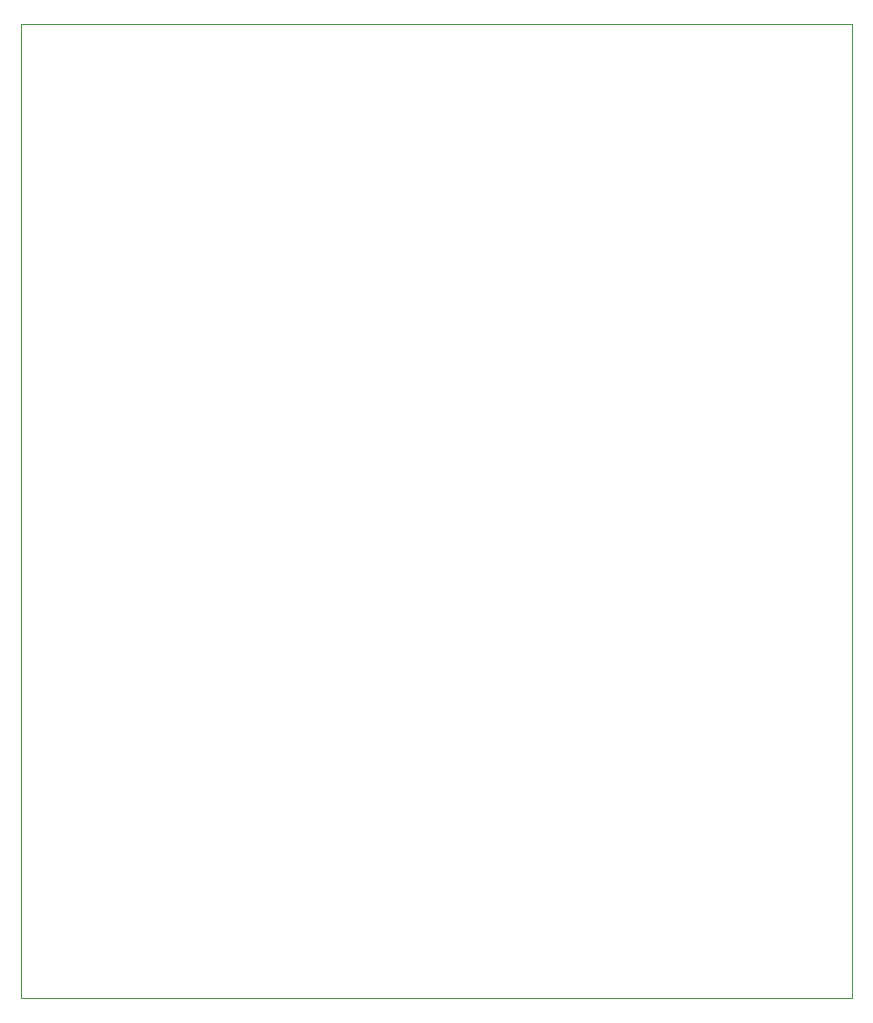
<source format=gbr>
%TF.GenerationSoftware,KiCad,Pcbnew,8.0.6*%
%TF.CreationDate,2025-02-01T23:36:04-08:00*%
%TF.ProjectId,Joulemeter,4a6f756c-656d-4657-9465-722e6b696361,rev?*%
%TF.SameCoordinates,Original*%
%TF.FileFunction,Profile,NP*%
%FSLAX46Y46*%
G04 Gerber Fmt 4.6, Leading zero omitted, Abs format (unit mm)*
G04 Created by KiCad (PCBNEW 8.0.6) date 2025-02-01 23:36:04*
%MOMM*%
%LPD*%
G01*
G04 APERTURE LIST*
%TA.AperFunction,Profile*%
%ADD10C,0.050000*%
%TD*%
G04 APERTURE END LIST*
D10*
X96790000Y-35740000D02*
X167155000Y-35740000D01*
X167155000Y-118200000D01*
X96790000Y-118200000D01*
X96790000Y-35740000D01*
M02*

</source>
